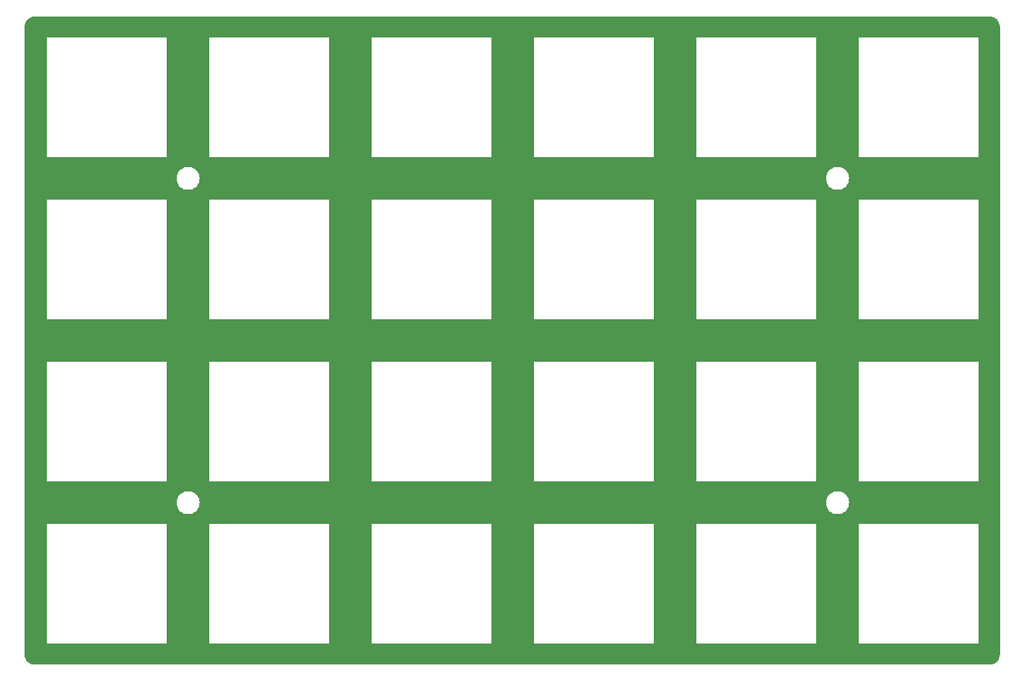
<source format=gbr>
%TF.GenerationSoftware,KiCad,Pcbnew,7.0.5*%
%TF.CreationDate,2024-08-04T00:23:40+08:00*%
%TF.ProjectId,TPS,5450532e-6b69-4636-9164-5f7063625858,rev?*%
%TF.SameCoordinates,Original*%
%TF.FileFunction,Copper,L2,Bot*%
%TF.FilePolarity,Positive*%
%FSLAX46Y46*%
G04 Gerber Fmt 4.6, Leading zero omitted, Abs format (unit mm)*
G04 Created by KiCad (PCBNEW 7.0.5) date 2024-08-04 00:23:40*
%MOMM*%
%LPD*%
G01*
G04 APERTURE LIST*
G04 APERTURE END LIST*
%TA.AperFunction,NonConductor*%
G36*
X201157426Y-29000691D02*
G01*
X201160040Y-29000896D01*
X201212011Y-29004986D01*
X201352579Y-29017285D01*
X201370698Y-29020236D01*
X201450242Y-29039333D01*
X201451699Y-29039702D01*
X201538318Y-29062912D01*
X201561714Y-29069181D01*
X201569400Y-29071790D01*
X201618484Y-29092120D01*
X201654737Y-29107136D01*
X201657156Y-29108201D01*
X201754970Y-29153813D01*
X201761140Y-29157128D01*
X201803965Y-29183371D01*
X201841767Y-29206537D01*
X201844927Y-29208608D01*
X201931606Y-29269302D01*
X201936285Y-29272924D01*
X202008840Y-29334892D01*
X202012389Y-29338173D01*
X202086824Y-29412608D01*
X202090109Y-29416162D01*
X202152070Y-29488708D01*
X202155707Y-29493406D01*
X202216385Y-29580064D01*
X202218461Y-29583231D01*
X202267863Y-29663845D01*
X202271193Y-29670043D01*
X202316780Y-29767804D01*
X202317870Y-29770281D01*
X202353208Y-29855598D01*
X202355817Y-29863284D01*
X202385277Y-29973226D01*
X202385676Y-29974800D01*
X202404760Y-30054290D01*
X202407714Y-30072430D01*
X202420014Y-30213024D01*
X202424309Y-30267572D01*
X202424500Y-30272440D01*
X202424500Y-103927559D01*
X202424309Y-103932427D01*
X202420014Y-103986974D01*
X202407714Y-104127568D01*
X202404760Y-104145708D01*
X202385676Y-104225198D01*
X202385277Y-104226772D01*
X202355817Y-104336714D01*
X202353208Y-104344400D01*
X202317870Y-104429717D01*
X202316780Y-104432194D01*
X202271193Y-104529955D01*
X202267863Y-104536153D01*
X202218461Y-104616767D01*
X202216385Y-104619934D01*
X202155707Y-104706592D01*
X202152062Y-104711300D01*
X202090118Y-104783827D01*
X202086812Y-104787403D01*
X202012403Y-104861812D01*
X202008827Y-104865118D01*
X201936300Y-104927062D01*
X201931592Y-104930707D01*
X201844934Y-104991385D01*
X201841767Y-104993461D01*
X201761153Y-105042863D01*
X201754955Y-105046193D01*
X201657194Y-105091780D01*
X201654717Y-105092870D01*
X201569400Y-105128208D01*
X201561714Y-105130817D01*
X201451772Y-105160277D01*
X201450198Y-105160676D01*
X201370708Y-105179760D01*
X201352568Y-105182714D01*
X201211974Y-105195014D01*
X201157427Y-105199309D01*
X201152559Y-105199500D01*
X89247441Y-105199500D01*
X89242573Y-105199309D01*
X89188024Y-105195014D01*
X89047430Y-105182714D01*
X89029290Y-105179760D01*
X88949800Y-105160676D01*
X88948226Y-105160277D01*
X88838284Y-105130817D01*
X88830598Y-105128208D01*
X88745281Y-105092870D01*
X88742804Y-105091780D01*
X88645043Y-105046193D01*
X88638845Y-105042863D01*
X88558231Y-104993461D01*
X88555064Y-104991385D01*
X88522182Y-104968361D01*
X88468399Y-104930702D01*
X88463708Y-104927070D01*
X88391162Y-104865109D01*
X88387608Y-104861824D01*
X88313173Y-104787389D01*
X88309892Y-104783840D01*
X88247924Y-104711285D01*
X88244302Y-104706606D01*
X88183608Y-104619927D01*
X88181537Y-104616767D01*
X88164182Y-104588448D01*
X88132128Y-104536140D01*
X88128813Y-104529970D01*
X88083201Y-104432156D01*
X88082136Y-104429737D01*
X88067120Y-104393484D01*
X88046790Y-104344400D01*
X88044181Y-104336714D01*
X88037912Y-104313318D01*
X88014702Y-104226699D01*
X88014333Y-104225242D01*
X87995236Y-104145698D01*
X87992285Y-104127579D01*
X87979984Y-103986974D01*
X87975691Y-103932426D01*
X87975500Y-103927560D01*
X87975500Y-102700889D01*
X90599416Y-102700889D01*
X90599459Y-102725001D01*
X90599544Y-102725206D01*
X90599616Y-102725382D01*
X90599618Y-102725384D01*
X90599808Y-102725462D01*
X90600000Y-102725541D01*
X90600002Y-102725539D01*
X90624616Y-102725524D01*
X90624616Y-102725528D01*
X90624760Y-102725500D01*
X104675240Y-102725500D01*
X104675383Y-102725528D01*
X104675384Y-102725524D01*
X104699997Y-102725539D01*
X104700000Y-102725541D01*
X104700383Y-102725383D01*
X104700500Y-102725099D01*
X104700541Y-102725000D01*
X104700540Y-102724997D01*
X104700583Y-102700889D01*
X109649416Y-102700889D01*
X109649459Y-102725001D01*
X109649544Y-102725206D01*
X109649616Y-102725382D01*
X109649618Y-102725384D01*
X109649808Y-102725462D01*
X109650000Y-102725541D01*
X109650002Y-102725539D01*
X109674616Y-102725524D01*
X109674616Y-102725528D01*
X109674760Y-102725500D01*
X123725240Y-102725500D01*
X123725383Y-102725528D01*
X123725384Y-102725524D01*
X123749997Y-102725539D01*
X123750000Y-102725541D01*
X123750383Y-102725383D01*
X123750500Y-102725099D01*
X123750541Y-102725000D01*
X123750540Y-102724997D01*
X123750583Y-102700889D01*
X128699416Y-102700889D01*
X128699459Y-102725001D01*
X128699544Y-102725206D01*
X128699616Y-102725382D01*
X128699618Y-102725384D01*
X128699808Y-102725462D01*
X128700000Y-102725541D01*
X128700002Y-102725539D01*
X128724616Y-102725524D01*
X128724616Y-102725528D01*
X128724760Y-102725500D01*
X142775240Y-102725500D01*
X142775383Y-102725528D01*
X142775384Y-102725524D01*
X142799997Y-102725539D01*
X142800000Y-102725541D01*
X142800383Y-102725383D01*
X142800500Y-102725099D01*
X142800541Y-102725000D01*
X142800540Y-102724997D01*
X142800583Y-102700889D01*
X147749416Y-102700889D01*
X147749459Y-102725001D01*
X147749544Y-102725206D01*
X147749616Y-102725382D01*
X147749618Y-102725384D01*
X147749808Y-102725462D01*
X147750000Y-102725541D01*
X147750002Y-102725539D01*
X147774616Y-102725524D01*
X147774616Y-102725528D01*
X147774760Y-102725500D01*
X161825240Y-102725500D01*
X161825383Y-102725528D01*
X161825384Y-102725524D01*
X161849997Y-102725539D01*
X161850000Y-102725541D01*
X161850383Y-102725383D01*
X161850500Y-102725099D01*
X161850541Y-102725000D01*
X161850540Y-102724997D01*
X161850583Y-102700889D01*
X166799416Y-102700889D01*
X166799459Y-102725001D01*
X166799544Y-102725206D01*
X166799616Y-102725382D01*
X166799618Y-102725384D01*
X166799808Y-102725462D01*
X166800000Y-102725541D01*
X166800002Y-102725539D01*
X166824616Y-102725524D01*
X166824616Y-102725528D01*
X166824760Y-102725500D01*
X180875240Y-102725500D01*
X180875383Y-102725528D01*
X180875384Y-102725524D01*
X180899997Y-102725539D01*
X180900000Y-102725541D01*
X180900383Y-102725383D01*
X180900500Y-102725099D01*
X180900541Y-102725000D01*
X180900540Y-102724997D01*
X180900583Y-102700889D01*
X185849416Y-102700889D01*
X185849459Y-102725001D01*
X185849544Y-102725206D01*
X185849616Y-102725382D01*
X185849618Y-102725384D01*
X185849808Y-102725462D01*
X185850000Y-102725541D01*
X185850002Y-102725539D01*
X185874616Y-102725524D01*
X185874616Y-102725528D01*
X185874760Y-102725500D01*
X199925240Y-102725500D01*
X199925383Y-102725528D01*
X199925384Y-102725524D01*
X199949997Y-102725539D01*
X199950000Y-102725541D01*
X199950383Y-102725383D01*
X199950500Y-102725099D01*
X199950541Y-102725000D01*
X199950540Y-102724997D01*
X199950583Y-102700889D01*
X199950500Y-102700467D01*
X199950500Y-88649759D01*
X199950528Y-88649616D01*
X199950524Y-88649616D01*
X199950539Y-88625002D01*
X199950541Y-88625000D01*
X199950462Y-88624808D01*
X199950384Y-88624618D01*
X199950383Y-88624617D01*
X199950381Y-88624616D01*
X199950090Y-88624496D01*
X199950001Y-88624459D01*
X199925446Y-88624459D01*
X199925240Y-88624500D01*
X185874760Y-88624500D01*
X185874554Y-88624459D01*
X185849998Y-88624459D01*
X185849909Y-88624496D01*
X185849619Y-88624615D01*
X185849615Y-88624618D01*
X185849459Y-88624999D01*
X185849476Y-88649616D01*
X185849471Y-88649616D01*
X185849500Y-88649759D01*
X185849499Y-102700467D01*
X185849416Y-102700889D01*
X180900583Y-102700889D01*
X180900500Y-102700467D01*
X180900500Y-88649759D01*
X180900528Y-88649616D01*
X180900524Y-88649616D01*
X180900539Y-88625002D01*
X180900541Y-88625000D01*
X180900462Y-88624808D01*
X180900384Y-88624618D01*
X180900383Y-88624617D01*
X180900381Y-88624616D01*
X180900090Y-88624496D01*
X180900001Y-88624459D01*
X180875446Y-88624459D01*
X180875240Y-88624500D01*
X166824760Y-88624500D01*
X166824554Y-88624459D01*
X166799998Y-88624459D01*
X166799909Y-88624496D01*
X166799619Y-88624615D01*
X166799615Y-88624618D01*
X166799459Y-88624999D01*
X166799476Y-88649616D01*
X166799471Y-88649616D01*
X166799500Y-88649759D01*
X166799500Y-102700467D01*
X166799416Y-102700889D01*
X161850583Y-102700889D01*
X161850500Y-102700467D01*
X161850500Y-88649759D01*
X161850528Y-88649616D01*
X161850524Y-88649616D01*
X161850539Y-88625002D01*
X161850541Y-88625000D01*
X161850462Y-88624808D01*
X161850384Y-88624618D01*
X161850383Y-88624617D01*
X161850381Y-88624616D01*
X161850090Y-88624496D01*
X161850001Y-88624459D01*
X161825446Y-88624459D01*
X161825240Y-88624500D01*
X147774760Y-88624500D01*
X147774554Y-88624459D01*
X147749998Y-88624459D01*
X147749909Y-88624496D01*
X147749619Y-88624615D01*
X147749615Y-88624618D01*
X147749459Y-88624999D01*
X147749476Y-88649616D01*
X147749471Y-88649616D01*
X147749500Y-88649759D01*
X147749500Y-102700467D01*
X147749416Y-102700889D01*
X142800583Y-102700889D01*
X142800500Y-102700467D01*
X142800500Y-88649759D01*
X142800528Y-88649616D01*
X142800524Y-88649616D01*
X142800539Y-88625002D01*
X142800541Y-88625000D01*
X142800462Y-88624808D01*
X142800384Y-88624618D01*
X142800383Y-88624617D01*
X142800381Y-88624616D01*
X142800090Y-88624496D01*
X142800001Y-88624459D01*
X142775446Y-88624459D01*
X142775240Y-88624500D01*
X128724760Y-88624500D01*
X128724554Y-88624459D01*
X128699998Y-88624459D01*
X128699909Y-88624496D01*
X128699619Y-88624615D01*
X128699615Y-88624618D01*
X128699459Y-88624999D01*
X128699476Y-88649616D01*
X128699471Y-88649616D01*
X128699500Y-88649759D01*
X128699500Y-102700467D01*
X128699416Y-102700889D01*
X123750583Y-102700889D01*
X123750500Y-102700467D01*
X123750500Y-88649759D01*
X123750528Y-88649616D01*
X123750524Y-88649616D01*
X123750539Y-88625002D01*
X123750541Y-88625000D01*
X123750462Y-88624808D01*
X123750384Y-88624618D01*
X123750383Y-88624617D01*
X123750381Y-88624616D01*
X123750090Y-88624496D01*
X123750001Y-88624459D01*
X123725446Y-88624459D01*
X123725240Y-88624500D01*
X109674760Y-88624500D01*
X109674554Y-88624459D01*
X109649998Y-88624459D01*
X109649909Y-88624496D01*
X109649619Y-88624615D01*
X109649615Y-88624618D01*
X109649459Y-88624999D01*
X109649476Y-88649616D01*
X109649471Y-88649616D01*
X109649500Y-88649759D01*
X109649500Y-102700467D01*
X109649416Y-102700889D01*
X104700583Y-102700889D01*
X104700500Y-102700467D01*
X104700500Y-88649759D01*
X104700528Y-88649616D01*
X104700524Y-88649616D01*
X104700539Y-88625002D01*
X104700541Y-88625000D01*
X104700462Y-88624808D01*
X104700384Y-88624618D01*
X104700383Y-88624617D01*
X104700381Y-88624616D01*
X104700090Y-88624496D01*
X104700001Y-88624459D01*
X104675446Y-88624459D01*
X104675240Y-88624500D01*
X90624760Y-88624500D01*
X90624554Y-88624459D01*
X90599998Y-88624459D01*
X90599909Y-88624496D01*
X90599619Y-88624615D01*
X90599615Y-88624618D01*
X90599459Y-88624999D01*
X90599476Y-88649616D01*
X90599471Y-88649616D01*
X90599500Y-88649759D01*
X90599500Y-102700467D01*
X90599416Y-102700889D01*
X87975500Y-102700889D01*
X87975500Y-86150000D01*
X105819341Y-86150000D01*
X105839936Y-86385403D01*
X105839938Y-86385413D01*
X105901094Y-86613655D01*
X105901096Y-86613659D01*
X105901097Y-86613663D01*
X105951031Y-86720745D01*
X106000964Y-86827828D01*
X106000965Y-86827830D01*
X106136505Y-87021402D01*
X106303597Y-87188494D01*
X106497169Y-87324034D01*
X106497171Y-87324035D01*
X106711337Y-87423903D01*
X106939592Y-87485063D01*
X107116032Y-87500499D01*
X107116033Y-87500500D01*
X107116034Y-87500500D01*
X107233967Y-87500500D01*
X107233967Y-87500499D01*
X107410408Y-87485063D01*
X107638663Y-87423903D01*
X107852829Y-87324035D01*
X108046401Y-87188495D01*
X108213495Y-87021401D01*
X108349035Y-86827830D01*
X108448903Y-86613663D01*
X108510063Y-86385408D01*
X108530659Y-86150000D01*
X182019341Y-86150000D01*
X182039936Y-86385403D01*
X182039938Y-86385413D01*
X182101094Y-86613655D01*
X182101096Y-86613659D01*
X182101097Y-86613663D01*
X182151030Y-86720746D01*
X182200964Y-86827828D01*
X182200965Y-86827830D01*
X182336505Y-87021402D01*
X182503597Y-87188494D01*
X182697169Y-87324034D01*
X182697171Y-87324035D01*
X182911337Y-87423903D01*
X183139592Y-87485063D01*
X183316032Y-87500499D01*
X183316033Y-87500500D01*
X183316034Y-87500500D01*
X183433967Y-87500500D01*
X183433967Y-87500499D01*
X183610408Y-87485063D01*
X183838663Y-87423903D01*
X184052829Y-87324035D01*
X184246401Y-87188495D01*
X184413495Y-87021401D01*
X184549035Y-86827830D01*
X184648903Y-86613663D01*
X184710063Y-86385408D01*
X184730659Y-86150000D01*
X184710063Y-85914592D01*
X184648903Y-85686337D01*
X184549035Y-85472171D01*
X184549034Y-85472169D01*
X184413494Y-85278597D01*
X184246402Y-85111505D01*
X184052830Y-84975965D01*
X184052828Y-84975964D01*
X183945746Y-84926031D01*
X183838663Y-84876097D01*
X183838659Y-84876096D01*
X183838655Y-84876094D01*
X183610413Y-84814938D01*
X183610403Y-84814936D01*
X183433967Y-84799500D01*
X183433966Y-84799500D01*
X183316034Y-84799500D01*
X183316033Y-84799500D01*
X183139596Y-84814936D01*
X183139586Y-84814938D01*
X182911344Y-84876094D01*
X182911335Y-84876098D01*
X182697171Y-84975964D01*
X182697169Y-84975965D01*
X182503597Y-85111505D01*
X182336506Y-85278597D01*
X182336501Y-85278604D01*
X182200967Y-85472165D01*
X182200965Y-85472169D01*
X182101098Y-85686335D01*
X182101094Y-85686344D01*
X182039938Y-85914586D01*
X182039936Y-85914596D01*
X182019341Y-86149999D01*
X182019341Y-86150000D01*
X108530659Y-86150000D01*
X108510063Y-85914592D01*
X108448903Y-85686337D01*
X108349035Y-85472171D01*
X108349034Y-85472169D01*
X108213494Y-85278597D01*
X108046402Y-85111505D01*
X107852830Y-84975965D01*
X107852828Y-84975964D01*
X107745746Y-84926030D01*
X107638663Y-84876097D01*
X107638659Y-84876096D01*
X107638655Y-84876094D01*
X107410413Y-84814938D01*
X107410403Y-84814936D01*
X107233967Y-84799500D01*
X107233966Y-84799500D01*
X107116034Y-84799500D01*
X107116033Y-84799500D01*
X106939596Y-84814936D01*
X106939586Y-84814938D01*
X106711344Y-84876094D01*
X106711335Y-84876098D01*
X106497171Y-84975964D01*
X106497169Y-84975965D01*
X106303597Y-85111505D01*
X106136506Y-85278597D01*
X106136501Y-85278604D01*
X106000967Y-85472165D01*
X106000965Y-85472169D01*
X105901098Y-85686335D01*
X105901094Y-85686344D01*
X105839938Y-85914586D01*
X105839936Y-85914596D01*
X105819341Y-86149999D01*
X105819341Y-86150000D01*
X87975500Y-86150000D01*
X87975500Y-83650889D01*
X90599416Y-83650889D01*
X90599459Y-83675001D01*
X90599544Y-83675206D01*
X90599616Y-83675382D01*
X90599618Y-83675384D01*
X90599808Y-83675462D01*
X90600000Y-83675541D01*
X90600002Y-83675539D01*
X90624616Y-83675524D01*
X90624616Y-83675528D01*
X90624760Y-83675500D01*
X104675240Y-83675500D01*
X104675383Y-83675528D01*
X104675384Y-83675524D01*
X104699997Y-83675539D01*
X104700000Y-83675541D01*
X104700383Y-83675383D01*
X104700500Y-83675099D01*
X104700541Y-83675000D01*
X104700540Y-83674997D01*
X104700583Y-83650889D01*
X109649416Y-83650889D01*
X109649459Y-83675001D01*
X109649544Y-83675206D01*
X109649616Y-83675382D01*
X109649618Y-83675384D01*
X109649808Y-83675462D01*
X109650000Y-83675541D01*
X109650002Y-83675539D01*
X109674616Y-83675524D01*
X109674616Y-83675528D01*
X109674760Y-83675500D01*
X123725240Y-83675500D01*
X123725383Y-83675528D01*
X123725384Y-83675524D01*
X123749997Y-83675539D01*
X123750000Y-83675541D01*
X123750383Y-83675383D01*
X123750500Y-83675099D01*
X123750541Y-83675000D01*
X123750540Y-83674997D01*
X123750583Y-83650889D01*
X128699416Y-83650889D01*
X128699459Y-83675001D01*
X128699544Y-83675206D01*
X128699616Y-83675382D01*
X128699618Y-83675384D01*
X128699808Y-83675462D01*
X128700000Y-83675541D01*
X128700002Y-83675539D01*
X128724616Y-83675524D01*
X128724616Y-83675528D01*
X128724760Y-83675500D01*
X142775240Y-83675500D01*
X142775383Y-83675528D01*
X142775384Y-83675524D01*
X142799997Y-83675539D01*
X142800000Y-83675541D01*
X142800383Y-83675383D01*
X142800500Y-83675099D01*
X142800541Y-83675000D01*
X142800540Y-83674997D01*
X142800583Y-83650889D01*
X147749416Y-83650889D01*
X147749459Y-83675001D01*
X147749544Y-83675206D01*
X147749616Y-83675382D01*
X147749618Y-83675384D01*
X147749808Y-83675462D01*
X147750000Y-83675541D01*
X147750002Y-83675539D01*
X147774616Y-83675524D01*
X147774616Y-83675528D01*
X147774760Y-83675500D01*
X161825240Y-83675500D01*
X161825383Y-83675528D01*
X161825384Y-83675524D01*
X161849997Y-83675539D01*
X161850000Y-83675541D01*
X161850383Y-83675383D01*
X161850500Y-83675099D01*
X161850541Y-83675000D01*
X161850540Y-83674997D01*
X161850583Y-83650889D01*
X166799416Y-83650889D01*
X166799459Y-83675001D01*
X166799544Y-83675206D01*
X166799616Y-83675382D01*
X166799618Y-83675384D01*
X166799808Y-83675462D01*
X166800000Y-83675541D01*
X166800002Y-83675539D01*
X166824616Y-83675524D01*
X166824616Y-83675528D01*
X166824760Y-83675500D01*
X180875240Y-83675500D01*
X180875383Y-83675528D01*
X180875384Y-83675524D01*
X180899997Y-83675539D01*
X180900000Y-83675541D01*
X180900383Y-83675383D01*
X180900500Y-83675099D01*
X180900541Y-83675000D01*
X180900540Y-83674997D01*
X180900583Y-83650889D01*
X185849416Y-83650889D01*
X185849459Y-83675001D01*
X185849544Y-83675206D01*
X185849616Y-83675382D01*
X185849618Y-83675384D01*
X185849808Y-83675462D01*
X185850000Y-83675541D01*
X185850002Y-83675539D01*
X185874616Y-83675524D01*
X185874616Y-83675528D01*
X185874760Y-83675500D01*
X199925240Y-83675500D01*
X199925383Y-83675528D01*
X199925384Y-83675524D01*
X199949997Y-83675539D01*
X199950000Y-83675541D01*
X199950383Y-83675383D01*
X199950500Y-83675099D01*
X199950541Y-83675000D01*
X199950540Y-83674997D01*
X199950583Y-83650889D01*
X199950500Y-83650467D01*
X199950500Y-69599759D01*
X199950528Y-69599616D01*
X199950524Y-69599616D01*
X199950539Y-69575002D01*
X199950541Y-69575000D01*
X199950462Y-69574808D01*
X199950384Y-69574618D01*
X199950383Y-69574617D01*
X199950381Y-69574616D01*
X199950090Y-69574496D01*
X199950001Y-69574459D01*
X199925446Y-69574459D01*
X199925240Y-69574500D01*
X185874760Y-69574500D01*
X185874554Y-69574459D01*
X185849998Y-69574459D01*
X185849909Y-69574496D01*
X185849619Y-69574615D01*
X185849615Y-69574618D01*
X185849459Y-69574999D01*
X185849476Y-69599616D01*
X185849471Y-69599616D01*
X185849500Y-69599759D01*
X185849499Y-83650467D01*
X185849416Y-83650889D01*
X180900583Y-83650889D01*
X180900500Y-83650467D01*
X180900500Y-69599759D01*
X180900528Y-69599616D01*
X180900524Y-69599616D01*
X180900539Y-69575002D01*
X180900541Y-69575000D01*
X180900462Y-69574808D01*
X180900384Y-69574618D01*
X180900383Y-69574617D01*
X180900381Y-69574616D01*
X180900090Y-69574496D01*
X180900001Y-69574459D01*
X180875446Y-69574459D01*
X180875240Y-69574500D01*
X166824760Y-69574500D01*
X166824554Y-69574459D01*
X166799998Y-69574459D01*
X166799909Y-69574496D01*
X166799619Y-69574615D01*
X166799615Y-69574618D01*
X166799459Y-69574999D01*
X166799476Y-69599616D01*
X166799471Y-69599616D01*
X166799500Y-69599759D01*
X166799500Y-83650467D01*
X166799416Y-83650889D01*
X161850583Y-83650889D01*
X161850500Y-83650467D01*
X161850500Y-69599759D01*
X161850528Y-69599616D01*
X161850524Y-69599616D01*
X161850539Y-69575002D01*
X161850541Y-69575000D01*
X161850462Y-69574808D01*
X161850384Y-69574618D01*
X161850383Y-69574617D01*
X161850381Y-69574616D01*
X161850090Y-69574496D01*
X161850001Y-69574459D01*
X161825446Y-69574459D01*
X161825240Y-69574500D01*
X147774760Y-69574500D01*
X147774554Y-69574459D01*
X147749998Y-69574459D01*
X147749909Y-69574496D01*
X147749619Y-69574615D01*
X147749615Y-69574618D01*
X147749459Y-69574999D01*
X147749476Y-69599616D01*
X147749471Y-69599616D01*
X147749500Y-69599759D01*
X147749500Y-83650467D01*
X147749416Y-83650889D01*
X142800583Y-83650889D01*
X142800500Y-83650467D01*
X142800500Y-69599759D01*
X142800528Y-69599616D01*
X142800524Y-69599616D01*
X142800539Y-69575002D01*
X142800541Y-69575000D01*
X142800462Y-69574808D01*
X142800384Y-69574618D01*
X142800383Y-69574617D01*
X142800381Y-69574616D01*
X142800090Y-69574496D01*
X142800001Y-69574459D01*
X142775446Y-69574459D01*
X142775240Y-69574500D01*
X128724760Y-69574500D01*
X128724554Y-69574459D01*
X128699998Y-69574459D01*
X128699909Y-69574496D01*
X128699619Y-69574615D01*
X128699615Y-69574618D01*
X128699459Y-69574999D01*
X128699476Y-69599616D01*
X128699471Y-69599616D01*
X128699500Y-69599759D01*
X128699500Y-83650467D01*
X128699416Y-83650889D01*
X123750583Y-83650889D01*
X123750500Y-83650467D01*
X123750500Y-69599759D01*
X123750528Y-69599616D01*
X123750524Y-69599616D01*
X123750539Y-69575002D01*
X123750541Y-69575000D01*
X123750462Y-69574808D01*
X123750384Y-69574618D01*
X123750383Y-69574617D01*
X123750381Y-69574616D01*
X123750090Y-69574496D01*
X123750001Y-69574459D01*
X123725446Y-69574459D01*
X123725240Y-69574500D01*
X109674760Y-69574500D01*
X109674554Y-69574459D01*
X109649998Y-69574459D01*
X109649909Y-69574496D01*
X109649619Y-69574615D01*
X109649615Y-69574618D01*
X109649459Y-69574999D01*
X109649476Y-69599616D01*
X109649471Y-69599616D01*
X109649500Y-69599759D01*
X109649500Y-83650467D01*
X109649416Y-83650889D01*
X104700583Y-83650889D01*
X104700500Y-83650467D01*
X104700500Y-69599759D01*
X104700528Y-69599616D01*
X104700524Y-69599616D01*
X104700539Y-69575002D01*
X104700541Y-69575000D01*
X104700462Y-69574808D01*
X104700384Y-69574618D01*
X104700383Y-69574617D01*
X104700381Y-69574616D01*
X104700090Y-69574496D01*
X104700001Y-69574459D01*
X104675446Y-69574459D01*
X104675240Y-69574500D01*
X90624760Y-69574500D01*
X90624554Y-69574459D01*
X90599998Y-69574459D01*
X90599909Y-69574496D01*
X90599619Y-69574615D01*
X90599615Y-69574618D01*
X90599459Y-69574999D01*
X90599476Y-69599616D01*
X90599471Y-69599616D01*
X90599500Y-69599759D01*
X90599500Y-83650467D01*
X90599416Y-83650889D01*
X87975500Y-83650889D01*
X87975500Y-64600889D01*
X90599416Y-64600889D01*
X90599459Y-64625001D01*
X90599544Y-64625206D01*
X90599616Y-64625382D01*
X90599618Y-64625384D01*
X90599808Y-64625462D01*
X90600000Y-64625541D01*
X90600002Y-64625539D01*
X90624616Y-64625524D01*
X90624616Y-64625528D01*
X90624760Y-64625500D01*
X104675240Y-64625500D01*
X104675383Y-64625528D01*
X104675384Y-64625524D01*
X104699997Y-64625539D01*
X104700000Y-64625541D01*
X104700383Y-64625383D01*
X104700500Y-64625099D01*
X104700541Y-64625000D01*
X104700540Y-64624997D01*
X104700583Y-64600889D01*
X109649416Y-64600889D01*
X109649459Y-64625001D01*
X109649544Y-64625206D01*
X109649616Y-64625382D01*
X109649618Y-64625384D01*
X109649808Y-64625462D01*
X109650000Y-64625541D01*
X109650002Y-64625539D01*
X109674616Y-64625524D01*
X109674616Y-64625528D01*
X109674760Y-64625500D01*
X123725240Y-64625500D01*
X123725383Y-64625528D01*
X123725384Y-64625524D01*
X123749997Y-64625539D01*
X123750000Y-64625541D01*
X123750383Y-64625383D01*
X123750500Y-64625099D01*
X123750541Y-64625000D01*
X123750540Y-64624997D01*
X123750583Y-64600889D01*
X128699416Y-64600889D01*
X128699459Y-64625001D01*
X128699544Y-64625206D01*
X128699616Y-64625382D01*
X128699618Y-64625384D01*
X128699808Y-64625462D01*
X128700000Y-64625541D01*
X128700002Y-64625539D01*
X128724616Y-64625524D01*
X128724616Y-64625528D01*
X128724760Y-64625500D01*
X142775240Y-64625500D01*
X142775383Y-64625528D01*
X142775384Y-64625524D01*
X142799997Y-64625539D01*
X142800000Y-64625541D01*
X142800383Y-64625383D01*
X142800500Y-64625099D01*
X142800541Y-64625000D01*
X142800540Y-64624997D01*
X142800583Y-64600889D01*
X147749416Y-64600889D01*
X147749459Y-64625001D01*
X147749544Y-64625206D01*
X147749616Y-64625382D01*
X147749618Y-64625384D01*
X147749808Y-64625462D01*
X147750000Y-64625541D01*
X147750002Y-64625539D01*
X147774616Y-64625524D01*
X147774616Y-64625528D01*
X147774760Y-64625500D01*
X161825240Y-64625500D01*
X161825383Y-64625528D01*
X161825384Y-64625524D01*
X161849997Y-64625539D01*
X161850000Y-64625541D01*
X161850383Y-64625383D01*
X161850500Y-64625099D01*
X161850541Y-64625000D01*
X161850540Y-64624997D01*
X161850583Y-64600889D01*
X166799416Y-64600889D01*
X166799459Y-64625001D01*
X166799544Y-64625206D01*
X166799616Y-64625382D01*
X166799618Y-64625384D01*
X166799808Y-64625462D01*
X166800000Y-64625541D01*
X166800002Y-64625539D01*
X166824616Y-64625524D01*
X166824616Y-64625528D01*
X166824760Y-64625500D01*
X180875240Y-64625500D01*
X180875383Y-64625528D01*
X180875384Y-64625524D01*
X180899997Y-64625539D01*
X180900000Y-64625541D01*
X180900383Y-64625383D01*
X180900500Y-64625099D01*
X180900541Y-64625000D01*
X180900540Y-64624997D01*
X180900583Y-64600889D01*
X185849416Y-64600889D01*
X185849459Y-64625001D01*
X185849544Y-64625206D01*
X185849616Y-64625382D01*
X185849618Y-64625384D01*
X185849808Y-64625462D01*
X185850000Y-64625541D01*
X185850002Y-64625539D01*
X185874616Y-64625524D01*
X185874616Y-64625528D01*
X185874760Y-64625500D01*
X199925240Y-64625500D01*
X199925383Y-64625528D01*
X199925384Y-64625524D01*
X199949997Y-64625539D01*
X199950000Y-64625541D01*
X199950383Y-64625383D01*
X199950500Y-64625099D01*
X199950541Y-64625000D01*
X199950540Y-64624997D01*
X199950583Y-64600889D01*
X199950500Y-64600467D01*
X199950500Y-50549759D01*
X199950528Y-50549616D01*
X199950524Y-50549616D01*
X199950539Y-50525002D01*
X199950541Y-50525000D01*
X199950462Y-50524808D01*
X199950384Y-50524618D01*
X199950383Y-50524617D01*
X199950381Y-50524616D01*
X199950090Y-50524496D01*
X199950001Y-50524459D01*
X199925446Y-50524459D01*
X199925240Y-50524500D01*
X185874760Y-50524500D01*
X185874554Y-50524459D01*
X185849998Y-50524459D01*
X185849909Y-50524496D01*
X185849619Y-50524615D01*
X185849615Y-50524618D01*
X185849459Y-50524999D01*
X185849476Y-50549616D01*
X185849471Y-50549616D01*
X185849500Y-50549759D01*
X185849499Y-64600467D01*
X185849416Y-64600889D01*
X180900583Y-64600889D01*
X180900500Y-64600467D01*
X180900500Y-50549759D01*
X180900528Y-50549616D01*
X180900524Y-50549616D01*
X180900539Y-50525002D01*
X180900541Y-50525000D01*
X180900462Y-50524808D01*
X180900384Y-50524618D01*
X180900383Y-50524617D01*
X180900381Y-50524616D01*
X180900090Y-50524496D01*
X180900001Y-50524459D01*
X180875446Y-50524459D01*
X180875240Y-50524500D01*
X166824760Y-50524500D01*
X166824554Y-50524459D01*
X166799998Y-50524459D01*
X166799909Y-50524496D01*
X166799619Y-50524615D01*
X166799615Y-50524618D01*
X166799459Y-50524999D01*
X166799476Y-50549616D01*
X166799471Y-50549616D01*
X166799500Y-50549759D01*
X166799500Y-64600467D01*
X166799416Y-64600889D01*
X161850583Y-64600889D01*
X161850500Y-64600467D01*
X161850500Y-50549759D01*
X161850528Y-50549616D01*
X161850524Y-50549616D01*
X161850539Y-50525002D01*
X161850541Y-50525000D01*
X161850462Y-50524808D01*
X161850384Y-50524618D01*
X161850383Y-50524617D01*
X161850381Y-50524616D01*
X161850090Y-50524496D01*
X161850001Y-50524459D01*
X161825446Y-50524459D01*
X161825240Y-50524500D01*
X147774760Y-50524500D01*
X147774554Y-50524459D01*
X147749998Y-50524459D01*
X147749909Y-50524496D01*
X147749619Y-50524615D01*
X147749615Y-50524618D01*
X147749459Y-50524999D01*
X147749476Y-50549616D01*
X147749471Y-50549616D01*
X147749500Y-50549759D01*
X147749500Y-64600467D01*
X147749416Y-64600889D01*
X142800583Y-64600889D01*
X142800500Y-64600467D01*
X142800500Y-50549759D01*
X142800528Y-50549616D01*
X142800524Y-50549616D01*
X142800539Y-50525002D01*
X142800541Y-50525000D01*
X142800462Y-50524808D01*
X142800384Y-50524618D01*
X142800383Y-50524617D01*
X142800381Y-50524616D01*
X142800090Y-50524496D01*
X142800001Y-50524459D01*
X142775446Y-50524459D01*
X142775240Y-50524500D01*
X128724760Y-50524500D01*
X128724554Y-50524459D01*
X128699998Y-50524459D01*
X128699909Y-50524496D01*
X128699619Y-50524615D01*
X128699615Y-50524618D01*
X128699459Y-50524999D01*
X128699476Y-50549616D01*
X128699471Y-50549616D01*
X128699500Y-50549759D01*
X128699500Y-64600467D01*
X128699416Y-64600889D01*
X123750583Y-64600889D01*
X123750500Y-64600467D01*
X123750500Y-50549759D01*
X123750528Y-50549616D01*
X123750524Y-50549616D01*
X123750539Y-50525002D01*
X123750541Y-50525000D01*
X123750462Y-50524808D01*
X123750384Y-50524618D01*
X123750383Y-50524617D01*
X123750381Y-50524616D01*
X123750090Y-50524496D01*
X123750001Y-50524459D01*
X123725446Y-50524459D01*
X123725240Y-50524500D01*
X109674760Y-50524500D01*
X109674554Y-50524459D01*
X109649998Y-50524459D01*
X109649909Y-50524496D01*
X109649619Y-50524615D01*
X109649615Y-50524618D01*
X109649459Y-50524999D01*
X109649476Y-50549616D01*
X109649471Y-50549616D01*
X109649500Y-50549759D01*
X109649500Y-64600467D01*
X109649416Y-64600889D01*
X104700583Y-64600889D01*
X104700500Y-64600467D01*
X104700500Y-50549759D01*
X104700528Y-50549616D01*
X104700524Y-50549616D01*
X104700539Y-50525002D01*
X104700541Y-50525000D01*
X104700462Y-50524808D01*
X104700384Y-50524618D01*
X104700383Y-50524617D01*
X104700381Y-50524616D01*
X104700090Y-50524496D01*
X104700001Y-50524459D01*
X104675446Y-50524459D01*
X104675240Y-50524500D01*
X90624760Y-50524500D01*
X90624554Y-50524459D01*
X90599998Y-50524459D01*
X90599909Y-50524496D01*
X90599619Y-50524615D01*
X90599615Y-50524618D01*
X90599459Y-50524999D01*
X90599476Y-50549616D01*
X90599471Y-50549616D01*
X90599500Y-50549759D01*
X90599500Y-64600467D01*
X90599416Y-64600889D01*
X87975500Y-64600889D01*
X87975500Y-48050000D01*
X105819341Y-48050000D01*
X105839936Y-48285403D01*
X105839938Y-48285413D01*
X105901094Y-48513655D01*
X105901096Y-48513659D01*
X105901097Y-48513663D01*
X105951031Y-48620745D01*
X106000964Y-48727828D01*
X106000965Y-48727830D01*
X106136505Y-48921402D01*
X106303597Y-49088494D01*
X106497169Y-49224034D01*
X106497171Y-49224035D01*
X106711337Y-49323903D01*
X106939592Y-49385063D01*
X107116032Y-49400499D01*
X107116033Y-49400500D01*
X107116034Y-49400500D01*
X107233967Y-49400500D01*
X107233967Y-49400499D01*
X107410408Y-49385063D01*
X107638663Y-49323903D01*
X107852829Y-49224035D01*
X108046401Y-49088495D01*
X108213495Y-48921401D01*
X108349035Y-48727830D01*
X108448903Y-48513663D01*
X108510063Y-48285408D01*
X108530659Y-48050000D01*
X182019341Y-48050000D01*
X182039936Y-48285403D01*
X182039938Y-48285413D01*
X182101094Y-48513655D01*
X182101096Y-48513659D01*
X182101097Y-48513663D01*
X182151031Y-48620746D01*
X182200964Y-48727828D01*
X182200965Y-48727830D01*
X182336505Y-48921402D01*
X182503597Y-49088494D01*
X182697169Y-49224034D01*
X182697171Y-49224035D01*
X182911337Y-49323903D01*
X183139592Y-49385063D01*
X183316032Y-49400499D01*
X183316033Y-49400500D01*
X183316034Y-49400500D01*
X183433967Y-49400500D01*
X183433967Y-49400499D01*
X183610408Y-49385063D01*
X183838663Y-49323903D01*
X184052829Y-49224035D01*
X184246401Y-49088495D01*
X184413495Y-48921401D01*
X184549035Y-48727830D01*
X184648903Y-48513663D01*
X184710063Y-48285408D01*
X184730659Y-48050000D01*
X184710063Y-47814592D01*
X184648903Y-47586337D01*
X184549035Y-47372171D01*
X184549034Y-47372169D01*
X184413494Y-47178597D01*
X184246402Y-47011505D01*
X184052830Y-46875965D01*
X184052828Y-46875964D01*
X183945746Y-46826030D01*
X183838663Y-46776097D01*
X183838659Y-46776096D01*
X183838655Y-46776094D01*
X183610413Y-46714938D01*
X183610403Y-46714936D01*
X183433967Y-46699500D01*
X183433966Y-46699500D01*
X183316034Y-46699500D01*
X183316033Y-46699500D01*
X183139596Y-46714936D01*
X183139586Y-46714938D01*
X182911344Y-46776094D01*
X182911335Y-46776098D01*
X182697171Y-46875964D01*
X182697169Y-46875965D01*
X182503597Y-47011505D01*
X182336506Y-47178597D01*
X182336501Y-47178604D01*
X182200967Y-47372165D01*
X182200965Y-47372169D01*
X182101098Y-47586335D01*
X182101094Y-47586344D01*
X182039938Y-47814586D01*
X182039936Y-47814596D01*
X182019341Y-48049999D01*
X182019341Y-48050000D01*
X108530659Y-48050000D01*
X108510063Y-47814592D01*
X108448903Y-47586337D01*
X108349035Y-47372171D01*
X108349034Y-47372169D01*
X108213494Y-47178597D01*
X108046402Y-47011505D01*
X107852830Y-46875965D01*
X107852828Y-46875964D01*
X107745745Y-46826031D01*
X107638663Y-46776097D01*
X107638659Y-46776096D01*
X107638655Y-46776094D01*
X107410413Y-46714938D01*
X107410403Y-46714936D01*
X107233967Y-46699500D01*
X107233966Y-46699500D01*
X107116034Y-46699500D01*
X107116033Y-46699500D01*
X106939596Y-46714936D01*
X106939586Y-46714938D01*
X106711344Y-46776094D01*
X106711335Y-46776098D01*
X106497171Y-46875964D01*
X106497169Y-46875965D01*
X106303597Y-47011505D01*
X106136506Y-47178597D01*
X106136501Y-47178604D01*
X106000967Y-47372165D01*
X106000965Y-47372169D01*
X105901098Y-47586335D01*
X105901094Y-47586344D01*
X105839938Y-47814586D01*
X105839936Y-47814596D01*
X105819341Y-48049999D01*
X105819341Y-48050000D01*
X87975500Y-48050000D01*
X87975500Y-45550889D01*
X90599416Y-45550889D01*
X90599459Y-45575001D01*
X90599544Y-45575206D01*
X90599616Y-45575382D01*
X90599618Y-45575384D01*
X90599808Y-45575462D01*
X90600000Y-45575541D01*
X90600002Y-45575539D01*
X90624616Y-45575524D01*
X90624616Y-45575528D01*
X90624760Y-45575500D01*
X104675240Y-45575500D01*
X104675383Y-45575528D01*
X104675384Y-45575524D01*
X104699997Y-45575539D01*
X104700000Y-45575541D01*
X104700383Y-45575383D01*
X104700500Y-45575099D01*
X104700541Y-45575000D01*
X104700540Y-45574997D01*
X104700583Y-45550889D01*
X109649416Y-45550889D01*
X109649459Y-45575001D01*
X109649544Y-45575206D01*
X109649616Y-45575382D01*
X109649618Y-45575384D01*
X109649808Y-45575462D01*
X109650000Y-45575541D01*
X109650002Y-45575539D01*
X109674616Y-45575524D01*
X109674616Y-45575528D01*
X109674760Y-45575500D01*
X123725240Y-45575500D01*
X123725383Y-45575528D01*
X123725384Y-45575524D01*
X123749997Y-45575539D01*
X123750000Y-45575541D01*
X123750383Y-45575383D01*
X123750500Y-45575099D01*
X123750541Y-45575000D01*
X123750540Y-45574997D01*
X123750583Y-45550889D01*
X128699416Y-45550889D01*
X128699459Y-45575001D01*
X128699544Y-45575206D01*
X128699616Y-45575382D01*
X128699618Y-45575384D01*
X128699808Y-45575462D01*
X128700000Y-45575541D01*
X128700002Y-45575539D01*
X128724616Y-45575524D01*
X128724616Y-45575528D01*
X128724760Y-45575500D01*
X142775240Y-45575500D01*
X142775383Y-45575528D01*
X142775384Y-45575524D01*
X142799997Y-45575539D01*
X142800000Y-45575541D01*
X142800383Y-45575383D01*
X142800500Y-45575099D01*
X142800541Y-45575000D01*
X142800540Y-45574997D01*
X142800583Y-45550889D01*
X147749416Y-45550889D01*
X147749459Y-45575001D01*
X147749544Y-45575206D01*
X147749616Y-45575382D01*
X147749618Y-45575384D01*
X147749808Y-45575462D01*
X147750000Y-45575541D01*
X147750002Y-45575539D01*
X147774616Y-45575524D01*
X147774616Y-45575528D01*
X147774760Y-45575500D01*
X161825240Y-45575500D01*
X161825383Y-45575528D01*
X161825384Y-45575524D01*
X161849997Y-45575539D01*
X161850000Y-45575541D01*
X161850383Y-45575383D01*
X161850500Y-45575099D01*
X161850541Y-45575000D01*
X161850540Y-45574997D01*
X161850583Y-45550889D01*
X166799416Y-45550889D01*
X166799459Y-45575001D01*
X166799544Y-45575206D01*
X166799616Y-45575382D01*
X166799618Y-45575384D01*
X166799808Y-45575462D01*
X166800000Y-45575541D01*
X166800002Y-45575539D01*
X166824616Y-45575524D01*
X166824616Y-45575528D01*
X166824760Y-45575500D01*
X180875240Y-45575500D01*
X180875383Y-45575528D01*
X180875384Y-45575524D01*
X180899997Y-45575539D01*
X180900000Y-45575541D01*
X180900383Y-45575383D01*
X180900500Y-45575099D01*
X180900541Y-45575000D01*
X180900540Y-45574997D01*
X180900583Y-45550889D01*
X185849416Y-45550889D01*
X185849459Y-45575001D01*
X185849544Y-45575206D01*
X185849616Y-45575382D01*
X185849618Y-45575384D01*
X185849808Y-45575462D01*
X185850000Y-45575541D01*
X185850002Y-45575539D01*
X185874616Y-45575524D01*
X185874616Y-45575528D01*
X185874760Y-45575500D01*
X199925240Y-45575500D01*
X199925383Y-45575528D01*
X199925384Y-45575524D01*
X199949997Y-45575539D01*
X199950000Y-45575541D01*
X199950383Y-45575383D01*
X199950500Y-45575099D01*
X199950541Y-45575000D01*
X199950540Y-45574997D01*
X199950583Y-45550889D01*
X199950500Y-45550467D01*
X199950500Y-31499759D01*
X199950528Y-31499616D01*
X199950524Y-31499616D01*
X199950539Y-31475002D01*
X199950541Y-31475000D01*
X199950462Y-31474808D01*
X199950384Y-31474618D01*
X199950383Y-31474617D01*
X199950381Y-31474616D01*
X199950090Y-31474496D01*
X199950001Y-31474459D01*
X199925446Y-31474459D01*
X199925240Y-31474500D01*
X185874760Y-31474500D01*
X185874554Y-31474459D01*
X185849998Y-31474459D01*
X185849909Y-31474496D01*
X185849619Y-31474615D01*
X185849615Y-31474618D01*
X185849459Y-31474999D01*
X185849476Y-31499616D01*
X185849471Y-31499616D01*
X185849500Y-31499759D01*
X185849499Y-45550467D01*
X185849416Y-45550889D01*
X180900583Y-45550889D01*
X180900500Y-45550467D01*
X180900500Y-31499759D01*
X180900528Y-31499616D01*
X180900524Y-31499616D01*
X180900539Y-31475002D01*
X180900541Y-31475000D01*
X180900462Y-31474808D01*
X180900384Y-31474618D01*
X180900383Y-31474617D01*
X180900381Y-31474616D01*
X180900090Y-31474496D01*
X180900001Y-31474459D01*
X180875446Y-31474459D01*
X180875240Y-31474500D01*
X166824760Y-31474500D01*
X166824554Y-31474459D01*
X166799998Y-31474459D01*
X166799909Y-31474496D01*
X166799619Y-31474615D01*
X166799615Y-31474618D01*
X166799459Y-31474999D01*
X166799476Y-31499616D01*
X166799471Y-31499616D01*
X166799500Y-31499759D01*
X166799500Y-45550467D01*
X166799416Y-45550889D01*
X161850583Y-45550889D01*
X161850500Y-45550467D01*
X161850500Y-31499759D01*
X161850528Y-31499616D01*
X161850524Y-31499616D01*
X161850539Y-31475002D01*
X161850541Y-31475000D01*
X161850462Y-31474808D01*
X161850384Y-31474618D01*
X161850383Y-31474617D01*
X161850381Y-31474616D01*
X161850090Y-31474496D01*
X161850001Y-31474459D01*
X161825446Y-31474459D01*
X161825240Y-31474500D01*
X147774760Y-31474500D01*
X147774554Y-31474459D01*
X147749998Y-31474459D01*
X147749909Y-31474496D01*
X147749619Y-31474615D01*
X147749615Y-31474618D01*
X147749459Y-31474999D01*
X147749476Y-31499616D01*
X147749471Y-31499616D01*
X147749500Y-31499759D01*
X147749500Y-45550467D01*
X147749416Y-45550889D01*
X142800583Y-45550889D01*
X142800500Y-45550467D01*
X142800500Y-31499759D01*
X142800528Y-31499616D01*
X142800524Y-31499616D01*
X142800539Y-31475002D01*
X142800541Y-31475000D01*
X142800462Y-31474808D01*
X142800384Y-31474618D01*
X142800383Y-31474617D01*
X142800381Y-31474616D01*
X142800090Y-31474496D01*
X142800001Y-31474459D01*
X142775446Y-31474459D01*
X142775240Y-31474500D01*
X128724760Y-31474500D01*
X128724554Y-31474459D01*
X128699998Y-31474459D01*
X128699909Y-31474496D01*
X128699619Y-31474615D01*
X128699615Y-31474618D01*
X128699459Y-31474999D01*
X128699476Y-31499616D01*
X128699471Y-31499616D01*
X128699500Y-31499759D01*
X128699500Y-45550467D01*
X128699416Y-45550889D01*
X123750583Y-45550889D01*
X123750500Y-45550467D01*
X123750500Y-31499759D01*
X123750528Y-31499616D01*
X123750524Y-31499616D01*
X123750539Y-31475002D01*
X123750541Y-31475000D01*
X123750462Y-31474808D01*
X123750384Y-31474618D01*
X123750383Y-31474617D01*
X123750381Y-31474616D01*
X123750090Y-31474496D01*
X123750001Y-31474459D01*
X123725446Y-31474459D01*
X123725240Y-31474500D01*
X109674760Y-31474500D01*
X109674554Y-31474459D01*
X109649998Y-31474459D01*
X109649909Y-31474496D01*
X109649619Y-31474615D01*
X109649615Y-31474618D01*
X109649459Y-31474999D01*
X109649476Y-31499616D01*
X109649471Y-31499616D01*
X109649500Y-31499759D01*
X109649500Y-45550467D01*
X109649416Y-45550889D01*
X104700583Y-45550889D01*
X104700500Y-45550467D01*
X104700500Y-31499759D01*
X104700528Y-31499616D01*
X104700524Y-31499616D01*
X104700539Y-31475002D01*
X104700541Y-31475000D01*
X104700462Y-31474808D01*
X104700384Y-31474618D01*
X104700383Y-31474617D01*
X104700381Y-31474616D01*
X104700090Y-31474496D01*
X104700001Y-31474459D01*
X104675446Y-31474459D01*
X104675240Y-31474500D01*
X90624760Y-31474500D01*
X90624554Y-31474459D01*
X90599998Y-31474459D01*
X90599909Y-31474496D01*
X90599619Y-31474615D01*
X90599615Y-31474618D01*
X90599459Y-31474999D01*
X90599476Y-31499616D01*
X90599471Y-31499616D01*
X90599500Y-31499759D01*
X90599500Y-45550467D01*
X90599416Y-45550889D01*
X87975500Y-45550889D01*
X87975500Y-30272436D01*
X87975691Y-30267571D01*
X87979979Y-30213080D01*
X87992286Y-30072416D01*
X87995235Y-30054305D01*
X88014342Y-29974719D01*
X88014693Y-29973335D01*
X88044182Y-29863280D01*
X88046790Y-29855598D01*
X88082151Y-29770228D01*
X88083185Y-29767877D01*
X88128820Y-29670014D01*
X88132119Y-29663873D01*
X88181548Y-29583213D01*
X88183587Y-29580102D01*
X88244316Y-29493372D01*
X88247908Y-29488733D01*
X88309914Y-29416133D01*
X88313149Y-29412634D01*
X88387634Y-29338149D01*
X88391133Y-29334914D01*
X88463733Y-29272908D01*
X88468372Y-29269316D01*
X88555102Y-29208587D01*
X88558213Y-29206548D01*
X88638873Y-29157119D01*
X88645014Y-29153820D01*
X88742877Y-29108185D01*
X88745228Y-29107151D01*
X88830599Y-29071789D01*
X88838280Y-29069182D01*
X88948335Y-29039693D01*
X88949719Y-29039342D01*
X89029305Y-29020235D01*
X89047416Y-29017286D01*
X89188043Y-29004982D01*
X89235497Y-29001247D01*
X89242575Y-29000691D01*
X89247440Y-29000500D01*
X201152560Y-29000500D01*
X201157426Y-29000691D01*
G37*
%TD.AperFunction*%
M02*

</source>
